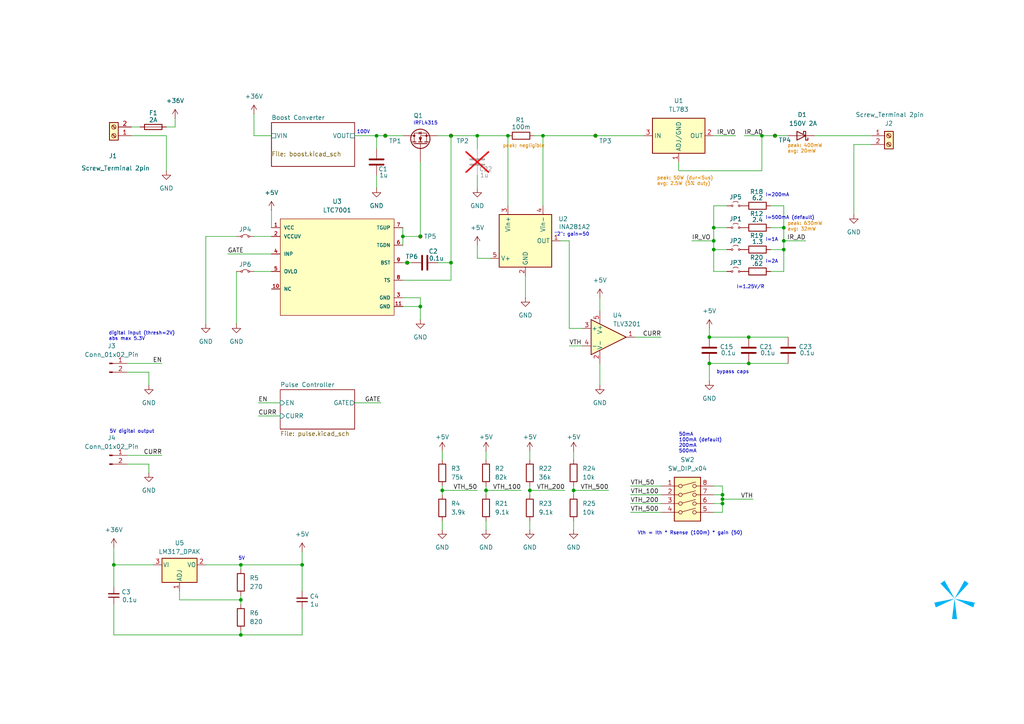
<source format=kicad_sch>
(kicad_sch (version 20250114) (generator "eeschema") (generator_version "9.0")
  (paper "A4")
  (title_block (title "Pulser V2 HV Test Board") (date "2026-01-08") (rev "1") (company "Spark Project") (comment 1 "夕月霞"))
  (lib_symbols
    (symbol "Amplifier_Current:INA281A2"
      (property "Reference" "U" (at -7.62 10.795 0))
      (property "Value" "INA281A2" (at -7.62 8.89 0))
      (symbol "INA281A2_0_1"
        (rectangle (start -7.62 7.62) (end 7.62 -7.62) (stroke (width 0.254)) (fill (type background)))
      )
      (symbol "INA281A2_1_1"
        (pin power_in line (at -10.16 -5.08 0) (length 2.54) (name "V+") (number "5"))
        (pin input line (at -5.08 10.16 270) (length 2.54) (name "Vin+") (number "3"))
        (pin power_in line (at 0 -10.16 90) (length 2.54) (name "GND") (number "2"))
        (pin input line (at 5.08 10.16 270) (length 2.54) (name "Vin-") (number "4"))
        (pin output line (at 10.16 0 180) (length 2.54) (name "OUT") (number "1"))
      )
    )
    (symbol "Comparator:TLV7031DBV" (pin_names (offset 0.127))
      (property "Reference" "U" (at -1.27 6.35 0))
      (property "Value" "TLV7031DBV" (at -1.27 3.81 0))
      (symbol "TLV7031DBV_0_1"
        (polyline (pts (xy -5.08 5.08) (xy 5.08 0) (xy -5.08 -5.08) (xy -5.08 5.08)) (stroke (width 0.254)) (fill (type background)))
        (pin power_in line (at -2.54 7.62 270) (length 3.81) (name "V+") (number "5"))
        (pin power_in line (at -2.54 -7.62 90) (length 3.81) (name "V-") (number "2"))
      )
      (symbol "TLV7031DBV_1_1"
        (pin input line (at -7.62 2.54 0) (length 2.54) (name "+") (number "3"))
        (pin input line (at -7.62 -2.54 0) (length 2.54) (name "-") (number "4"))
        (pin output line (at 7.62 0 180) (length 2.54) (name "~") (number "1"))
      )
    )
    (symbol "Connector:Conn_01x02_Pin" (pin_names (offset 1.016) (hide yes))
      (property "Reference" "J" (at 0 2.54 0))
      (property "Value" "Conn_01x02_Pin" (at 0 -5.08 0))
      (symbol "Conn_01x02_Pin_1_1"
        (rectangle (start 0.8636 0.127) (end 0 -0.127) (stroke (width 0.1524)) (fill (type outline)))
        (rectangle (start 0.8636 -2.413) (end 0 -2.667) (stroke (width 0.1524)) (fill (type outline)))
        (polyline (pts (xy 1.27 0) (xy 0.8636 0)) (stroke (width 0.1524)))
        (polyline (pts (xy 1.27 -2.54) (xy 0.8636 -2.54)) (stroke (width 0.1524)))
        (pin passive line (at 5.08 0 180) (length 3.81) (name "Pin_1") (number "1"))
        (pin passive line (at 5.08 -2.54 180) (length 3.81) (name "Pin_2") (number "2"))
      )
    )
    (symbol "Connector:Screw_Terminal_01x02" (pin_names (offset 1.016) (hide yes))
      (property "Reference" "J" (at 0 2.54 0))
      (property "Value" "Screw_Terminal_01x02" (at 0 -5.08 0))
      (symbol "Screw_Terminal_01x02_1_1"
        (rectangle (start -1.27 1.27) (end 1.27 -3.81) (stroke (width 0.254)) (fill (type background)))
        (polyline (pts (xy -0.5334 0.3302) (xy 0.3302 -0.508)) (stroke (width 0.1524)))
        (polyline (pts (xy -0.5334 -2.2098) (xy 0.3302 -3.048)) (stroke (width 0.1524)))
        (polyline (pts (xy -0.3556 0.508) (xy 0.508 -0.3302)) (stroke (width 0.1524)))
        (polyline (pts (xy -0.3556 -2.032) (xy 0.508 -2.8702)) (stroke (width 0.1524)))
        (circle (center 0 0) (radius 0.635) (stroke (width 0.1524)))
        (circle (center 0 -2.54) (radius 0.635) (stroke (width 0.1524)))
        (pin passive line (at -5.08 0 0) (length 3.81) (name "Pin_1") (number "1"))
        (pin passive line (at -5.08 -2.54 0) (length 3.81) (name "Pin_2") (number "2"))
      )
    )
    (symbol "Connector:TestPoint_Small" (pin_numbers (hide yes)) (pin_names (offset 0.762) (hide yes))
      (property "Reference" "TP" (at 0 3.81 0))
      (property "Value" "TestPoint_Small" (at 0 2.032 0))
      (symbol "TestPoint_Small_0_1"
        (circle (center 0 0) (radius 0.508))
      )
      (symbol "TestPoint_Small_1_1"
        (pin passive line (at 0 0 90) (length 0) (name "1") (number "1"))
      )
    )
    (symbol "Device:C" (pin_numbers (hide yes)) (pin_names (offset 0.254))
      (property "Reference" "C" (at 0.635 2.54 0))
      (property "Value" "C" (at 0.635 -2.54 0))
      (symbol "C_0_1"
        (polyline (pts (xy -2.032 0.762) (xy 2.032 0.762)) (stroke (width 0.508)))
        (polyline (pts (xy -2.032 -0.762) (xy 2.032 -0.762)) (stroke (width 0.508)))
      )
      (symbol "C_1_1"
        (pin passive line (at 0 3.81 270) (length 2.794) (name "~") (number "1"))
        (pin passive line (at 0 -3.81 90) (length 2.794) (name "~") (number "2"))
      )
    )
    (symbol "Device:C_Small" (pin_numbers (hide yes)) (pin_names (offset 0.254) (hide yes))
      (property "Reference" "C" (at 0.254 1.778 0))
      (property "Value" "C_Small" (at 0.254 -2.032 0))
      (symbol "C_Small_0_1"
        (polyline (pts (xy -1.524 0.508) (xy 1.524 0.508)) (stroke (width 0.3048)))
        (polyline (pts (xy -1.524 -0.508) (xy 1.524 -0.508)) (stroke (width 0.3302)))
      )
      (symbol "C_Small_1_1"
        (pin passive line (at 0 2.54 270) (length 2.032) (name "~") (number "1"))
        (pin passive line (at 0 -2.54 90) (length 2.032) (name "~") (number "2"))
      )
    )
    (symbol "Device:D_Schottky" (pin_numbers (hide yes)) (pin_names (offset 1.016) (hide yes))
      (property "Reference" "D" (at 0 2.54 0))
      (property "Value" "D_Schottky" (at 0 -2.54 0))
      (symbol "D_Schottky_0_1"
        (polyline (pts (xy -1.905 0.635) (xy -1.905 1.27) (xy -1.27 1.27) (xy -1.27 -1.27) (xy -0.635 -1.27) (xy -0.635 -0.635)) (stroke (width 0.254)))
        (polyline (pts (xy 1.27 1.27) (xy 1.27 -1.27) (xy -1.27 0) (xy 1.27 1.27)) (stroke (width 0.254)))
        (polyline (pts (xy 1.27 0) (xy -1.27 0)))
      )
      (symbol "D_Schottky_1_1"
        (pin passive line (at -3.81 0 0) (length 2.54) (name "K") (number "1"))
        (pin passive line (at 3.81 0 180) (length 2.54) (name "A") (number "2"))
      )
    )
    (symbol "Device:Fuse" (pin_numbers (hide yes)) (pin_names (offset 0))
      (property "Reference" "F" (at 2.032 0 90))
      (property "Value" "Fuse" (at -1.905 0 90))
      (symbol "Fuse_0_1"
        (rectangle (start -0.762 -2.54) (end 0.762 2.54) (stroke (width 0.254)))
        (polyline (pts (xy 0 2.54) (xy 0 -2.54)))
      )
      (symbol "Fuse_1_1"
        (pin passive line (at 0 3.81 270) (length 1.27) (name "~") (number "1"))
        (pin passive line (at 0 -3.81 90) (length 1.27) (name "~") (number "2"))
      )
    )
    (symbol "Device:Q_NMOS" (pin_numbers (hide yes)) (pin_names (offset 0) (hide yes))
      (property "Reference" "Q" (at 5.08 1.27 0))
      (property "Value" "Q_NMOS" (at 5.08 -1.27 0))
      (symbol "Q_NMOS_0_1"
        (polyline (pts (xy 0.254 1.905) (xy 0.254 -1.905)) (stroke (width 0.254)))
        (polyline (pts (xy 0.254 0) (xy -2.54 0)))
        (polyline (pts (xy 0.762 2.286) (xy 0.762 1.27)) (stroke (width 0.254)))
        (polyline (pts (xy 0.762 0.508) (xy 0.762 -0.508)) (stroke (width 0.254)))
        (polyline (pts (xy 0.762 -1.27) (xy 0.762 -2.286)) (stroke (width 0.254)))
        (polyline (pts (xy 0.762 -1.778) (xy 3.302 -1.778) (xy 3.302 1.778) (xy 0.762 1.778)))
        (polyline (pts (xy 1.016 0) (xy 2.032 0.381) (xy 2.032 -0.381) (xy 1.016 0)) (fill (type outline)))
        (circle (center 1.651 0) (radius 2.794) (stroke (width 0.254)))
        (polyline (pts (xy 2.54 2.54) (xy 2.54 1.778)))
        (circle (center 2.54 1.778) (radius 0.254) (fill (type outline)))
        (circle (center 2.54 -1.778) (radius 0.254) (fill (type outline)))
        (polyline (pts (xy 2.54 -2.54) (xy 2.54 0) (xy 0.762 0)))
        (polyline (pts (xy 2.921 0.381) (xy 3.683 0.381)))
        (polyline (pts (xy 3.302 0.381) (xy 2.921 -0.254) (xy 3.683 -0.254) (xy 3.302 0.381)))
      )
      (symbol "Q_NMOS_1_1"
        (pin input line (at -5.08 0 0) (length 2.54) (name "G") (number "G"))
        (pin passive line (at 2.54 5.08 270) (length 2.54) (name "D") (number "D"))
        (pin passive line (at 2.54 -5.08 90) (length 2.54) (name "S") (number "S"))
      )
    )
    (symbol "Device:R" (pin_numbers (hide yes)) (pin_names (offset 0))
      (property "Reference" "R" (at 2.032 0 90))
      (property "Value" "R" (at 0 0 90))
      (symbol "R_0_1"
        (rectangle (start -1.016 -2.54) (end 1.016 2.54) (stroke (width 0.254)))
      )
      (symbol "R_1_1"
        (pin passive line (at 0 3.81 270) (length 1.27) (name "~") (number "1"))
        (pin passive line (at 0 -3.81 90) (length 1.27) (name "~") (number "2"))
      )
    )
    (symbol "Jumper:Jumper_2_Small_Bridged" (pin_numbers (hide yes)) (pin_names (offset 0) (hide yes))
      (property "Reference" "JP" (at 0 2.032 0))
      (property "Value" "Jumper_2_Small_Bridged" (at 0 -2.286 0))
      (symbol "Jumper_2_Small_Bridged_0_0"
        (circle (center -1.016 0) (radius 0.254))
        (circle (center 1.016 0) (radius 0.254))
      )
      (symbol "Jumper_2_Small_Bridged_0_1"
        (arc (start -0.762 0.254) (mid 0 0.5696) (end 0.762 0.254))
      )
      (symbol "Jumper_2_Small_Bridged_1_1"
        (pin passive line (at -2.54 0 0) (length 1.27) (name "A") (number "1"))
        (pin passive line (at 2.54 0 180) (length 1.27) (name "B") (number "2"))
      )
    )
    (symbol "Jumper:Jumper_2_Small_Open" (pin_numbers (hide yes)) (pin_names (offset 0) (hide yes))
      (property "Reference" "JP" (at 0 2.794 0))
      (property "Value" "Jumper_2_Small_Open" (at 0 -2.286 0))
      (symbol "Jumper_2_Small_Open_0_0"
        (circle (center -1.016 0) (radius 0.254))
        (circle (center 1.016 0) (radius 0.254))
      )
      (symbol "Jumper_2_Small_Open_0_1"
        (arc (start -0.762 1.0196) (mid 0 1.2729) (end 0.762 1.0196))
      )
      (symbol "Jumper_2_Small_Open_1_1"
        (pin passive line (at -2.54 0 0) (length 1.27) (name "A") (number "1"))
        (pin passive line (at 2.54 0 180) (length 1.27) (name "B") (number "2"))
      )
    )
    (symbol "Regulator_Linear:LD1086D2MTR"
      (property "Reference" "U" (at 0 10.16 0))
      (property "Value" "LD1086D2MTR" (at 0 7.62 0))
      (symbol "LD1086D2MTR_1_1"
        (rectangle (start -7.62 -5.08) (end 7.62 5.08) (stroke (width 0.254)) (fill (type background)))
        (pin power_in line (at -10.16 0 0) (length 2.54) (name "IN") (number "3"))
        (pin input line (at 0 -7.62 90) (length 2.54) (name "ADJ/GND") (number "1"))
        (pin power_out line (at 10.16 0 180) (length 2.54) (name "OUT") (number "2"))
      )
    )
    (symbol "Regulator_Linear:LM317_TO-252" (pin_names (offset 0.254))
      (property "Reference" "U" (at -3.81 3.175 0))
      (property "Value" "LM317_TO-252" (at 0 3.175 0))
      (symbol "LM317_TO-252_0_1"
        (rectangle (start -5.08 1.905) (end 5.08 -5.08) (stroke (width 0.254)) (fill (type background)))
      )
      (symbol "LM317_TO-252_1_1"
        (pin power_in line (at -7.62 0 0) (length 2.54) (name "VI") (number "3"))
        (pin input line (at 0 -7.62 90) (length 2.54) (name "ADJ") (number "1"))
        (pin power_out line (at 7.62 0 180) (length 2.54) (name "VO") (number "2"))
      )
    )
    (symbol "SparkAll:LTC7001" (pin_names (offset 1.016))
      (property "Reference" "U" (at -21.59 15.24 0))
      (property "Value" "LTC7001" (at -21.59 17.78 0))
      (symbol "LTC7001_1_1"
        (rectangle (start -16.51 12.7) (end 16.51 -15.24) (fill (type background)))
        (pin power_in line (at -19.05 10.16 0) (length 2.54) (name "VCC") (number "1"))
        (pin power_in line (at -19.05 7.62 0) (length 2.54) (name "VCCUV") (number "2"))
        (pin input line (at -19.05 2.54 0) (length 2.54) (name "INP") (number "4"))
        (pin passive line (at -19.05 -2.54 0) (length 2.54) (name "OVLO") (number "5"))
        (pin passive line (at -19.05 -7.62 0) (length 2.54) (name "NC") (number "10"))
        (pin passive line (at 19.05 10.16 180) (length 2.54) (name "TGUP") (number "7"))
        (pin passive line (at 19.05 5.08 180) (length 2.54) (name "TGDN") (number "6"))
        (pin passive line (at 19.05 0 180) (length 2.54) (name "BST") (number "9"))
        (pin passive line (at 19.05 -5.08 180) (length 2.54) (name "TS") (number "8"))
        (pin power_in line (at 19.05 -10.16 180) (length 2.54) (name "GND") (number "3"))
        (pin power_in line (at 19.05 -12.7 180) (length 2.54) (name "GND") (number "11"))
      )
    )
    (symbol "Switch:SW_DIP_x04" (pin_names (offset 0) (hide yes))
      (property "Reference" "SW" (at 0 8.89 0))
      (property "Value" "SW_DIP_x04" (at 0 -6.35 0))
      (symbol "SW_DIP_x04_0_0"
        (circle (center -2.032 5.08) (radius 0.508))
        (circle (center -2.032 2.54) (radius 0.508))
        (circle (center -2.032 0) (radius 0.508))
        (circle (center -2.032 -2.54) (radius 0.508))
        (polyline (pts (xy -1.524 5.207) (xy 2.3622 6.2484)))
        (polyline (pts (xy -1.524 2.667) (xy 2.3622 3.7084)))
        (polyline (pts (xy -1.524 0.127) (xy 2.3622 1.1684)))
        (polyline (pts (xy -1.524 -2.3876) (xy 2.3622 -1.3462)))
        (circle (center 2.032 5.08) (radius 0.508))
        (circle (center 2.032 2.54) (radius 0.508))
        (circle (center 2.032 0) (radius 0.508))
        (circle (center 2.032 -2.54) (radius 0.508))
      )
      (symbol "SW_DIP_x04_0_1"
        (rectangle (start -3.81 7.62) (end 3.81 -5.08) (stroke (width 0.254)) (fill (type background)))
      )
      (symbol "SW_DIP_x04_1_1"
        (pin passive line (at -7.62 5.08 0) (length 5.08) (name "~") (number "1"))
        (pin passive line (at -7.62 2.54 0) (length 5.08) (name "~") (number "2"))
        (pin passive line (at -7.62 0 0) (length 5.08) (name "~") (number "3"))
        (pin passive line (at -7.62 -2.54 0) (length 5.08) (name "~") (number "4"))
        (pin passive line (at 7.62 5.08 180) (length 5.08) (name "~") (number "8"))
        (pin passive line (at 7.62 2.54 180) (length 5.08) (name "~") (number "7"))
        (pin passive line (at 7.62 0 180) (length 5.08) (name "~") (number "6"))
        (pin passive line (at 7.62 -2.54 180) (length 5.08) (name "~") (number "5"))
      )
    )
    (symbol "power:GND" (power) (pin_numbers (hide yes)) (pin_names (offset 0) (hide yes))
      (property "Value" "GND" (at 0 -3.81 0))
      (symbol "GND_0_1"
        (polyline (pts (xy 0 0) (xy 0 -1.27) (xy 1.27 -1.27) (xy 0 -2.54) (xy -1.27 -1.27) (xy 0 -1.27)))
      )
      (symbol "GND_1_1"
        (pin power_in line (at 0 0 270) (length 0) (name "~") (number "1"))
      )
    )
    (symbol "power:VCC" (power) (pin_numbers (hide yes)) (pin_names (offset 0) (hide yes))
      (property "Value" "VCC" (at 0 3.556 0))
      (symbol "VCC_0_1"
        (polyline (pts (xy -0.762 1.27) (xy 0 2.54)))
        (polyline (pts (xy 0 2.54) (xy 0.762 1.27)))
        (polyline (pts (xy 0 0) (xy 0 2.54)))
      )
      (symbol "VCC_1_1"
        (pin power_in line (at 0 0 90) (length 0) (name "~") (number "1"))
      )
    )
  )
  (text "peak: 630mW\navg: 32mW" (at 228.346 65.786 0) (effects (font (size 1 1)) (justify left)))
  (text "\"2\": gain=50" (at 165.862 68.072 0) (effects (font (size 1 1))))
  (text "peak: 50W (dur<5us)\navg: 2.5W (5% duty)" (at 190.5 52.578 0) (effects (font (size 1 1)) (justify left)))
  (text "I=2A" (at 221.996 75.946 0) (effects (font (size 1 1)) (justify left)))
  (text "I=200mA" (at 221.996 56.642 0) (effects (font (size 1 1)) (justify left)))
  (text "50mA\n100mA (default)\n200mA\n500mA" (at 196.85 128.524 0) (effects (font (size 1 1)) (justify left)))
  (text "peak: 400mW\navg: 20mW" (at 228.346 43.18 0) (effects (font (size 1 1)) (justify left)))
  (text "I=1A" (at 221.996 69.596 0) (effects (font (size 1 1)) (justify left)))
  (text "digital input (thresh=2V)\nabs max 5.3V" (at 31.496 97.536 0) (effects (font (size 1 1)) (justify left)))
  (text "IRFL4315" (at 123.444 35.814 0) (effects (font (size 1 1))))
  (text "100V" (at 105.41 38.354 0) (effects (font (size 1 1))))
  (text "5V" (at 70.104 162.052 0) (effects (font (size 1 1))))
  (text "I=500mA (default)" (at 221.996 63.246 0) (effects (font (size 1 1)) (justify left)))
  (text "peak: negligible" (at 145.796 42.418 0) (effects (font (size 1 1)) (justify left)))
  (text "5V digital output" (at 31.75 125.222 0) (effects (font (size 1 1)) (justify left)))
  (text "bypass caps" (at 207.772 107.95 0) (effects (font (size 1 1)) (justify left)))
  (text "I=1.25V/R" (at 213.614 83.312 0) (effects (font (size 1 1)) (justify left)))
  (text "Vth = Ith * Rsense (100m) * gain (50)" (at 200.152 154.686 0) (effects (font (size 1 1))))
  (junction (at 205.74 97.79))
  (junction (at 205.74 105.41))
  (junction (at 118.11 76.2))
  (junction (at 209.55 144.78))
  (junction (at 138.43 39.37))
  (junction (at 109.22 39.37))
  (junction (at 207.01 66.04))
  (junction (at 87.63 163.83))
  (junction (at 217.17 97.79))
  (junction (at 172.72 39.37))
  (junction (at 224.79 39.37))
  (junction (at 220.98 39.37))
  (junction (at 209.55 146.05))
  (junction (at 130.81 39.37))
  (junction (at 130.81 76.2))
  (junction (at 69.85 163.83))
  (junction (at 217.17 105.41))
  (junction (at 207.01 69.85))
  (junction (at 227.33 69.85))
  (junction (at 153.67 142.24))
  (junction (at 147.32 39.37))
  (junction (at 33.02 163.83))
  (junction (at 121.92 68.58))
  (junction (at 140.97 142.24))
  (junction (at 111.76 39.37))
  (junction (at 227.33 72.39))
  (junction (at 227.33 66.04))
  (junction (at 69.85 173.99))
  (junction (at 116.84 68.58))
  (junction (at 128.27 142.24))
  (junction (at 166.37 142.24))
  (junction (at 207.01 72.39))
  (junction (at 121.92 88.9))
  (junction (at 69.85 184.15))
  (junction (at 157.48 39.37))
  (junction (at 209.55 143.51))
  (wire (pts (xy 69.85 173.99) (xy 69.85 175.26)))
  (wire (pts (xy 172.72 39.37) (xy 186.69 39.37)))
  (wire (pts (xy 165.1 95.25) (xy 168.91 95.25)))
  (wire (pts (xy 223.52 66.04) (xy 227.33 66.04)))
  (wire (pts (xy 227.33 78.74) (xy 223.52 78.74)))
  (wire (pts (xy 121.92 86.36) (xy 116.84 86.36)))
  (wire (pts (xy 121.92 68.58) (xy 116.84 68.58)))
  (wire (pts (xy 33.02 163.83) (xy 44.45 163.83)))
  (wire (pts (xy 182.88 140.97) (xy 191.77 140.97)))
  (wire (pts (xy 138.43 39.37) (xy 138.43 43.18)))
  (wire (pts (xy 140.97 130.81) (xy 140.97 133.35)))
  (wire (pts (xy 66.04 73.66) (xy 78.74 73.66)))
  (wire (pts (xy 209.55 140.97) (xy 209.55 143.51)))
  (wire (pts (xy 209.55 148.59) (xy 207.01 148.59)))
  (wire (pts (xy 36.83 132.08) (xy 46.99 132.08)))
  (wire (pts (xy 217.17 105.41) (xy 228.6 105.41)))
  (wire (pts (xy 191.77 97.79) (xy 184.15 97.79)))
  (wire (pts (xy 153.67 142.24) (xy 163.83 142.24)))
  (wire (pts (xy 227.33 69.85) (xy 233.68 69.85)))
  (wire (pts (xy 121.92 86.36) (xy 121.92 88.9)))
  (wire (pts (xy 73.66 78.74) (xy 78.74 78.74)))
  (wire (pts (xy 69.85 165.1) (xy 69.85 163.83)))
  (wire (pts (xy 166.37 151.13) (xy 166.37 153.67)))
  (wire (pts (xy 227.33 69.85) (xy 227.33 72.39)))
  (wire (pts (xy 128.27 140.97) (xy 128.27 142.24)))
  (wire (pts (xy 121.92 46.99) (xy 121.92 68.58)))
  (wire (pts (xy 207.01 39.37) (xy 213.36 39.37)))
  (wire (pts (xy 153.67 130.81) (xy 153.67 133.35)))
  (wire (pts (xy 227.33 66.04) (xy 227.33 69.85)))
  (wire (pts (xy 205.74 105.41) (xy 217.17 105.41)))
  (wire (pts (xy 73.66 39.37) (xy 78.74 39.37)))
  (wire (pts (xy 74.93 116.84) (xy 81.28 116.84)))
  (wire (pts (xy 247.65 41.91) (xy 247.65 62.23)))
  (wire (pts (xy 130.81 81.28) (xy 130.81 76.2)))
  (wire (pts (xy 252.73 41.91) (xy 247.65 41.91)))
  (wire (pts (xy 118.11 76.2) (xy 119.38 76.2)))
  (wire (pts (xy 196.85 49.53) (xy 196.85 46.99)))
  (wire (pts (xy 116.84 66.04) (xy 116.84 68.58)))
  (wire (pts (xy 209.55 146.05) (xy 209.55 148.59)))
  (wire (pts (xy 48.26 39.37) (xy 48.26 49.53)))
  (wire (pts (xy 109.22 50.8) (xy 109.22 54.61)))
  (wire (pts (xy 223.52 72.39) (xy 227.33 72.39)))
  (wire (pts (xy 73.66 68.58) (xy 78.74 68.58)))
  (wire (pts (xy 74.93 120.65) (xy 81.28 120.65)))
  (wire (pts (xy 87.63 163.83) (xy 69.85 163.83)))
  (wire (pts (xy 147.32 39.37) (xy 147.32 59.69)))
  (wire (pts (xy 207.01 146.05) (xy 209.55 146.05)))
  (wire (pts (xy 78.74 60.96) (xy 78.74 66.04)))
  (wire (pts (xy 111.76 39.37) (xy 116.84 39.37)))
  (wire (pts (xy 121.92 88.9) (xy 121.92 92.71)))
  (wire (pts (xy 173.99 105.41) (xy 173.99 111.76)))
  (wire (pts (xy 166.37 142.24) (xy 176.53 142.24)))
  (wire (pts (xy 138.43 71.12) (xy 138.43 74.93)))
  (wire (pts (xy 153.67 140.97) (xy 153.67 142.24)))
  (wire (pts (xy 200.66 69.85) (xy 207.01 69.85)))
  (wire (pts (xy 166.37 130.81) (xy 166.37 133.35)))
  (wire (pts (xy 140.97 142.24) (xy 140.97 143.51)))
  (wire (pts (xy 130.81 39.37) (xy 130.81 76.2)))
  (wire (pts (xy 217.17 97.79) (xy 228.6 97.79)))
  (wire (pts (xy 153.67 142.24) (xy 153.67 143.51)))
  (wire (pts (xy 38.1 36.83) (xy 40.64 36.83)))
  (wire (pts (xy 152.4 80.01) (xy 152.4 86.36)))
  (wire (pts (xy 87.63 171.45) (xy 87.63 163.83)))
  (wire (pts (xy 157.48 39.37) (xy 172.72 39.37)))
  (wire (pts (xy 218.44 144.78) (xy 209.55 144.78)))
  (wire (pts (xy 87.63 184.15) (xy 69.85 184.15)))
  (wire (pts (xy 220.98 49.53) (xy 196.85 49.53)))
  (wire (pts (xy 59.69 68.58) (xy 59.69 93.98)))
  (wire (pts (xy 52.07 171.45) (xy 52.07 173.99)))
  (wire (pts (xy 109.22 39.37) (xy 109.22 43.18)))
  (wire (pts (xy 138.43 39.37) (xy 147.32 39.37)))
  (wire (pts (xy 69.85 184.15) (xy 33.02 184.15)))
  (wire (pts (xy 73.66 33.02) (xy 73.66 39.37)))
  (wire (pts (xy 165.1 69.85) (xy 165.1 95.25)))
  (wire (pts (xy 59.69 163.83) (xy 69.85 163.83)))
  (wire (pts (xy 68.58 78.74) (xy 68.58 93.98)))
  (wire (pts (xy 109.22 39.37) (xy 111.76 39.37)))
  (wire (pts (xy 87.63 160.02) (xy 87.63 163.83)))
  (wire (pts (xy 50.8 34.29) (xy 50.8 36.83)))
  (wire (pts (xy 207.01 59.69) (xy 207.01 66.04)))
  (wire (pts (xy 227.33 72.39) (xy 227.33 78.74)))
  (wire (pts (xy 153.67 151.13) (xy 153.67 153.67)))
  (wire (pts (xy 116.84 76.2) (xy 118.11 76.2)))
  (wire (pts (xy 154.94 39.37) (xy 157.48 39.37)))
  (wire (pts (xy 220.98 39.37) (xy 224.79 39.37)))
  (wire (pts (xy 165.1 100.33) (xy 168.91 100.33)))
  (wire (pts (xy 224.79 39.37) (xy 228.6 39.37)))
  (wire (pts (xy 207.01 78.74) (xy 210.82 78.74)))
  (wire (pts (xy 182.88 143.51) (xy 191.77 143.51)))
  (wire (pts (xy 36.83 105.41) (xy 46.99 105.41)))
  (wire (pts (xy 210.82 59.69) (xy 207.01 59.69)))
  (wire (pts (xy 207.01 72.39) (xy 207.01 78.74)))
  (wire (pts (xy 182.88 146.05) (xy 191.77 146.05)))
  (wire (pts (xy 130.81 39.37) (xy 138.43 39.37)))
  (wire (pts (xy 128.27 130.81) (xy 128.27 133.35)))
  (wire (pts (xy 116.84 81.28) (xy 130.81 81.28)))
  (wire (pts (xy 128.27 142.24) (xy 138.43 142.24)))
  (wire (pts (xy 33.02 163.83) (xy 33.02 170.18)))
  (wire (pts (xy 138.43 74.93) (xy 142.24 74.93)))
  (wire (pts (xy 157.48 39.37) (xy 157.48 59.69)))
  (wire (pts (xy 33.02 184.15) (xy 33.02 175.26)))
  (wire (pts (xy 223.52 59.69) (xy 227.33 59.69)))
  (wire (pts (xy 87.63 176.53) (xy 87.63 184.15)))
  (wire (pts (xy 52.07 173.99) (xy 69.85 173.99)))
  (wire (pts (xy 162.56 69.85) (xy 165.1 69.85)))
  (wire (pts (xy 48.26 36.83) (xy 50.8 36.83)))
  (wire (pts (xy 102.87 39.37) (xy 109.22 39.37)))
  (wire (pts (xy 207.01 66.04) (xy 207.01 69.85)))
  (wire (pts (xy 69.85 182.88) (xy 69.85 184.15)))
  (wire (pts (xy 127 39.37) (xy 130.81 39.37)))
  (wire (pts (xy 236.22 39.37) (xy 252.73 39.37)))
  (wire (pts (xy 205.74 95.25) (xy 205.74 97.79)))
  (wire (pts (xy 102.87 116.84) (xy 110.49 116.84)))
  (wire (pts (xy 140.97 142.24) (xy 151.13 142.24)))
  (wire (pts (xy 166.37 142.24) (xy 166.37 143.51)))
  (wire (pts (xy 207.01 143.51) (xy 209.55 143.51)))
  (wire (pts (xy 209.55 144.78) (xy 209.55 146.05)))
  (wire (pts (xy 207.01 66.04) (xy 210.82 66.04)))
  (wire (pts (xy 59.69 68.58) (xy 68.58 68.58)))
  (wire (pts (xy 166.37 140.97) (xy 166.37 142.24)))
  (wire (pts (xy 140.97 151.13) (xy 140.97 153.67)))
  (wire (pts (xy 43.18 107.95) (xy 43.18 111.76)))
  (wire (pts (xy 207.01 72.39) (xy 210.82 72.39)))
  (wire (pts (xy 38.1 39.37) (xy 48.26 39.37)))
  (wire (pts (xy 128.27 151.13) (xy 128.27 153.67)))
  (wire (pts (xy 207.01 69.85) (xy 207.01 72.39)))
  (wire (pts (xy 127 76.2) (xy 130.81 76.2)))
  (wire (pts (xy 36.83 134.62) (xy 43.18 134.62)))
  (wire (pts (xy 33.02 158.75) (xy 33.02 163.83)))
  (wire (pts (xy 36.83 107.95) (xy 43.18 107.95)))
  (wire (pts (xy 173.99 86.36) (xy 173.99 90.17)))
  (wire (pts (xy 227.33 59.69) (xy 227.33 66.04)))
  (wire (pts (xy 128.27 142.24) (xy 128.27 143.51)))
  (wire (pts (xy 182.88 148.59) (xy 191.77 148.59)))
  (wire (pts (xy 207.01 140.97) (xy 209.55 140.97)))
  (wire (pts (xy 116.84 68.58) (xy 116.84 71.12)))
  (wire (pts (xy 116.84 88.9) (xy 121.92 88.9)))
  (wire (pts (xy 69.85 172.72) (xy 69.85 173.99)))
  (wire (pts (xy 138.43 50.8) (xy 138.43 54.61)))
  (wire (pts (xy 215.9 39.37) (xy 220.98 39.37)))
  (wire (pts (xy 220.98 39.37) (xy 220.98 49.53)))
  (wire (pts (xy 43.18 134.62) (xy 43.18 137.16)))
  (wire (pts (xy 205.74 105.41) (xy 205.74 110.49)))
  (wire (pts (xy 205.74 97.79) (xy 217.17 97.79)))
  (wire (pts (xy 140.97 140.97) (xy 140.97 142.24)))
  (wire (pts (xy 209.55 143.51) (xy 209.55 144.78)))
  (image (at 276.86 173.99) (scale 1.13867))
  (label "VTH_500" (at 176.53 142.24 180))
  (label "GATE" (at 66.04 73.66 0))
  (label "VTH" (at 218.44 144.78 180))
  (label "VTH_500" (at 182.88 148.59 0))
  (label "VTH" (at 165.1 100.33 0))
  (label "CURR" (at 46.99 132.08 180))
  (label "VTH_200" (at 182.88 146.05 0))
  (label "IR_VO" (at 200.66 69.85 0))
  (label "EN" (at 46.99 105.41 180))
  (label "IR_VO" (at 213.36 39.37 180))
  (label "VTH_100" (at 182.88 143.51 0))
  (label "CURR" (at 74.93 120.65 0))
  (label "IR_AD" (at 215.9 39.37 0))
  (label "IR_AD" (at 233.68 69.85 180))
  (label "VTH_100" (at 151.13 142.24 180))
  (label "VTH_200" (at 163.83 142.24 180))
  (label "EN" (at 74.93 116.84 0))
  (label "GATE" (at 110.49 116.84 180))
  (label "VTH_50" (at 138.43 142.24 180))
  (label "VTH_50" (at 182.88 140.97 0))
  (label "CURR" (at 191.77 97.79 180))
  (symbol (lib_id "Connector:Screw_Terminal_01x02") (at 33.02 39.37 180) (unit 1)
    (property "Reference" "J1" (at 32.766 45.212 0))
    (property "Value" "Screw_Terminal 2pin" (at 33.528 48.768 0))
    (property "Footprint" "SparkAll:Wurth_TerminalBlock_2pin_P5mm_691137710002" (effects (hide yes)))
    (property "Description" "Generic screw terminal, single row, 01x02, script generated (kicad-library-utils/schlib/autogen/connector/)" (effects (hide yes)))
    (property "LCSC" "C8269" (effects (hide yes)))
  )
  (symbol (lib_id "power:VCC") (at 173.99 86.36 0) (unit 1)
    (property "Reference" "#PWR09" (effects (hide yes)))
    (property "Value" "+5V" (at 173.99 81.28 0))
    (property "Description" "Power symbol creates a global label with name \"VCC\"" (effects (hide yes)))
  )
  (symbol (lib_id "Device:Q_NMOS") (at 121.92 41.91 90) (unit 1)
    (property "Reference" "Q1" (at 122.682 33.528 90) (effects (justify left)))
    (property "Value" "N-ch, Vds>=60V, fast switch, low Rds" (effects (hide yes)))
    (property "Footprint" "Package_TO_SOT_SMD:SOT-223-3_TabPin2" (effects (hide yes)))
    (property "Description" "N-MOSFET transistor, source/gate/drain" (effects (hide yes)))
    (property "LCSC" "C537930" (effects (hide yes)))
  )
  (symbol (lib_id "Jumper:Jumper_2_Small_Open") (at 213.36 66.04 0) (unit 1)
    (property "Reference" "JP1" (at 213.36 63.5 0))
    (property "Value" "Jumper_2_Small_Open" (effects (hide yes)))
    (property "Description" "Jumper, 2-pole, small symbol, open" (effects (hide yes)))
  )
  (symbol (lib_id "power:GND") (at 68.58 93.98 0) (unit 1)
    (property "Reference" "#PWR053" (effects (hide yes)))
    (property "Value" "GND" (at 68.58 99.06 0))
    (property "Description" "Power symbol creates a global label with name \"GND\" , ground" (effects (hide yes)))
  )
  (symbol (lib_id "Device:C_Small") (at 33.02 172.72 180) (unit 1)
    (property "Reference" "C3" (at 36.576 171.704 0))
    (property "Value" "0.1u" (at 37.592 173.99 0))
    (property "Description" "Unpolarized capacitor, small symbol" (effects (hide yes)))
  )
  (symbol (lib_id "Device:R") (at 219.71 72.39 90) (unit 1)
    (property "Reference" "R19" (at 219.456 68.326 90))
    (property "Value" "1.3" (at 219.71 70.104 90))
    (property "Footprint" "Resistor_SMD:R_0603_1608Metric" (effects (hide yes)))
    (property "Description" "Resistor" (effects (hide yes)))
    (property "LCSC" "C23234" (effects (hide yes)))
  )
  (symbol (lib_id "Amplifier_Current:INA281A2") (at 152.4 69.85 0) (unit 1)
    (property "Reference" "U2" (at 163.322 63.5 0))
    (property "Value" "INA281A2" (at 166.624 65.786 0))
    (property "Footprint" "Package_TO_SOT_SMD:SOT-23-5" (effects (hide yes)))
    (property "Datasheet" "https://www.ti.com/lit/ds/symlink/ina281.pdf" (effects (hide yes)))
    (property "Description" "-4...+110V High Voltage Current Shunt Monitor, 50V/V gain, 1.3 MHz bandwidth,  2.7..20Vcc, 55uV offset voltage, SOT-23-5" (effects (hide yes)))
  )
  (symbol (lib_id "power:GND") (at 138.43 54.61 0) (unit 1)
    (property "Reference" "#PWR054" (effects (hide yes)))
    (property "Value" "GND" (at 138.43 59.69 0))
    (property "Description" "Power symbol creates a global label with name \"GND\" , ground" (effects (hide yes)))
  )
  (symbol (lib_id "power:GND") (at 121.92 92.71 0) (unit 1)
    (property "Reference" "#PWR010" (effects (hide yes)))
    (property "Value" "GND" (at 121.92 97.79 0))
    (property "Description" "Power symbol creates a global label with name \"GND\" , ground" (effects (hide yes)))
  )
  (symbol (lib_id "Device:R") (at 69.85 179.07 0) (unit 1)
    (property "Reference" "R6" (at 72.39 177.7999 0) (effects (justify left)))
    (property "Value" "820" (at 72.39 180.3399 0) (effects (justify left)))
    (property "Description" "Resistor" (effects (hide yes)))
  )
  (symbol (lib_id "Device:R") (at 219.71 59.69 90) (unit 1)
    (property "Reference" "R18" (at 219.456 55.626 90))
    (property "Value" "6.2" (at 219.71 57.404 90))
    (property "Footprint" "Resistor_SMD:R_0603_1608Metric" (effects (hide yes)))
    (property "Description" "Resistor" (effects (hide yes)))
    (property "LCSC" "C23234" (effects (hide yes)))
  )
  (symbol (lib_id "power:GND") (at 247.65 62.23 0) (unit 1)
    (property "Reference" "#PWR06" (effects (hide yes)))
    (property "Value" "GND" (at 247.65 67.31 0))
    (property "Description" "Power symbol creates a global label with name \"GND\" , ground" (effects (hide yes)))
  )
  (symbol (lib_id "Device:Fuse") (at 44.45 36.83 90) (unit 1)
    (property "Reference" "F1" (at 44.45 32.766 90))
    (property "Value" "2A" (at 44.45 34.798 90))
    (property "Description" "Fuse" (effects (hide yes)))
  )
  (symbol (lib_id "Device:C") (at 217.17 101.6 0) (unit 1)
    (property "Reference" "C21" (at 220.218 100.584 0) (effects (justify left)))
    (property "Value" "0.1u" (at 220.472 102.362 0) (effects (justify left)))
    (property "Footprint" "Capacitor_SMD:C_0603_1608Metric" (effects (hide yes)))
    (property "Description" "Unpolarized capacitor" (effects (hide yes)))
    (property "LCSC" "C21120" (effects (hide yes)))
  )
  (symbol (lib_id "power:GND") (at 48.26 49.53 0) (unit 1)
    (property "Reference" "#PWR03" (effects (hide yes)))
    (property "Value" "GND" (at 48.26 54.61 0))
    (property "Description" "Power symbol creates a global label with name \"GND\" , ground" (effects (hide yes)))
  )
  (symbol (lib_id "Device:R") (at 166.37 147.32 0) (unit 1)
    (property "Reference" "R25" (at 168.91 146.0499 0) (effects (justify left)))
    (property "Value" "10k" (at 168.91 148.5899 0) (effects (justify left)))
    (property "Description" "Resistor" (effects (hide yes)))
  )
  (symbol (lib_id "power:VCC") (at 166.37 130.81 0) (unit 1)
    (property "Reference" "#PWR049" (effects (hide yes)))
    (property "Value" "+5V" (at 166.37 126.746 0))
    (property "Description" "Power symbol creates a global label with name \"VCC\"" (effects (hide yes)))
  )
  (symbol (lib_id "power:VCC") (at 33.02 158.75 0) (unit 1)
    (property "Reference" "#PWR017" (effects (hide yes)))
    (property "Value" "+36V" (at 33.02 153.67 0))
    (property "Description" "Power symbol creates a global label with name \"VCC\"" (effects (hide yes)))
  )
  (symbol (lib_id "Device:R") (at 153.67 137.16 0) (unit 1)
    (property "Reference" "R22" (at 156.21 135.8899 0) (effects (justify left)))
    (property "Value" "36k" (at 156.21 138.4299 0) (effects (justify left)))
    (property "Description" "Resistor" (effects (hide yes)))
  )
  (symbol (lib_id "power:VCC") (at 153.67 130.81 0) (unit 1)
    (property "Reference" "#PWR047" (effects (hide yes)))
    (property "Value" "+5V" (at 153.67 126.746 0))
    (property "Description" "Power symbol creates a global label with name \"VCC\"" (effects (hide yes)))
  )
  (symbol (lib_id "Connector:TestPoint_Small") (at 121.92 68.58 0) (unit 1)
    (property "Reference" "TP5" (at 122.936 68.58 0) (effects (justify left)))
    (property "Value" "TestPoint_Small" (effects (hide yes)))
    (property "Description" "test point" (effects (hide yes)))
  )
  (symbol (lib_id "power:GND") (at 140.97 153.67 0) (unit 1)
    (property "Reference" "#PWR034" (effects (hide yes)))
    (property "Value" "GND" (at 140.97 158.75 0))
    (property "Description" "Power symbol creates a global label with name \"GND\" , ground" (effects (hide yes)))
  )
  (symbol (lib_id "Jumper:Jumper_2_Small_Bridged") (at 71.12 78.74 0) (unit 1)
    (property "Reference" "JP6" (at 71.12 76.708 0))
    (property "Value" "Jumper_2_Small_Bridged" (effects (hide yes)))
    (property "Description" "Jumper, 2-pole, small symbol, bridged" (effects (hide yes)))
  )
  (symbol (lib_id "Connector:Screw_Terminal_01x02") (at 257.81 39.37 0) (unit 1)
    (property "Reference" "J2" (at 257.81 35.814 0))
    (property "Value" "Screw_Terminal 2pin" (at 258.064 33.274 0))
    (property "Footprint" "SparkAll:Wurth_TerminalBlock_2pin_P5mm_691137710002" (effects (hide yes)))
    (property "Description" "Generic screw terminal, single row, 01x02, script generated (kicad-library-utils/schlib/autogen/connector/)" (effects (hide yes)))
    (property "LCSC" "C8269" (effects (hide yes)))
  )
  (symbol (lib_id "power:GND") (at 43.18 137.16 0) (unit 1)
    (property "Reference" "#PWR016" (effects (hide yes)))
    (property "Value" "GND" (at 43.18 142.24 0))
    (property "Description" "Power symbol creates a global label with name \"GND\" , ground" (effects (hide yes)))
  )
  (symbol (lib_id "power:GND") (at 43.18 111.76 0) (unit 1)
    (property "Reference" "#PWR013" (effects (hide yes)))
    (property "Value" "GND" (at 43.18 116.84 0))
    (property "Description" "Power symbol creates a global label with name \"GND\" , ground" (effects (hide yes)))
  )
  (symbol (lib_id "power:VCC") (at 128.27 130.81 0) (unit 1)
    (property "Reference" "#PWR012" (effects (hide yes)))
    (property "Value" "+5V" (at 128.27 126.746 0))
    (property "Description" "Power symbol creates a global label with name \"VCC\"" (effects (hide yes)))
  )
  (symbol (lib_id "Regulator_Linear:LM317_TO-252") (at 52.07 163.83 0) (unit 1)
    (property "Reference" "U5" (at 52.07 157.48 0))
    (property "Value" "LM317_DPAK" (at 52.07 160.02 0))
    (property "Footprint" "Package_TO_SOT_SMD:TO-252-2" (effects (hide yes)))
    (property "Datasheet" "http://www.ti.com/lit/ds/snvs774n/snvs774n.pdf" (effects (hide yes)))
    (property "Description" "1.5A 35V Adjustable Linear Regulator, TO-252" (effects (hide yes)))
  )
  (symbol (lib_id "power:GND") (at 152.4 86.36 0) (unit 1)
    (property "Reference" "#PWR08" (effects (hide yes)))
    (property "Value" "GND" (at 152.4 91.44 0))
    (property "Description" "Power symbol creates a global label with name \"GND\" , ground" (effects (hide yes)))
  )
  (symbol (lib_id "power:VCC") (at 205.74 95.25 0) (unit 1)
    (property "Reference" "#PWR051" (effects (hide yes)))
    (property "Value" "+5V" (at 205.74 90.17 0))
    (property "Description" "Power symbol creates a global label with name \"VCC\"" (effects (hide yes)))
  )
  (symbol (lib_id "power:VCC") (at 140.97 130.81 0) (unit 1)
    (property "Reference" "#PWR031" (effects (hide yes)))
    (property "Value" "+5V" (at 140.97 126.746 0))
    (property "Description" "Power symbol creates a global label with name \"VCC\"" (effects (hide yes)))
  )
  (symbol (lib_id "power:VCC") (at 78.74 60.96 0) (unit 1)
    (property "Reference" "#PWR04" (effects (hide yes)))
    (property "Value" "+5V" (at 78.74 55.88 0))
    (property "Description" "Power symbol creates a global label with name \"VCC\"" (effects (hide yes)))
  )
  (symbol (lib_id "power:GND") (at 205.74 110.49 0) (unit 1)
    (property "Reference" "#PWR052" (effects (hide yes)))
    (property "Value" "GND" (at 205.74 115.57 0))
    (property "Description" "Power symbol creates a global label with name \"GND\" , ground" (effects (hide yes)))
  )
  (symbol (lib_id "Jumper:Jumper_2_Small_Open") (at 213.36 72.39 0) (unit 1)
    (property "Reference" "JP2" (at 213.36 69.85 0))
    (property "Value" "Jumper_2_Small_Open" (effects (hide yes)))
    (property "Description" "Jumper, 2-pole, small symbol, open" (effects (hide yes)))
  )
  (symbol (lib_id "power:VCC") (at 50.8 34.29 0) (unit 1)
    (property "Reference" "#PWR02" (effects (hide yes)))
    (property "Value" "+36V" (at 50.8 29.21 0))
    (property "Description" "Power symbol creates a global label with name \"VCC\"" (effects (hide yes)))
  )
  (symbol (lib_id "Connector:TestPoint_Small") (at 224.79 39.37 0) (unit 1)
    (property "Reference" "TP4" (at 225.806 40.64 0) (effects (justify left)))
    (property "Value" "TestPoint_Small" (effects (hide yes)))
    (property "Description" "test point" (effects (hide yes)))
  )
  (symbol (lib_id "Device:R") (at 69.85 168.91 0) (unit 1)
    (property "Reference" "R5" (at 72.39 167.6399 0) (effects (justify left)))
    (property "Value" "270" (at 72.39 170.1799 0) (effects (justify left)))
    (property "Description" "Resistor" (effects (hide yes)))
  )
  (symbol (lib_id "Device:C_Small") (at 87.63 173.99 180) (unit 1)
    (property "Reference" "C4" (at 91.186 172.974 0))
    (property "Value" "1u" (at 91.186 175.26 0))
    (property "Description" "Unpolarized capacitor, small symbol" (effects (hide yes)))
  )
  (symbol (lib_id "power:VCC") (at 73.66 33.02 0) (unit 1)
    (property "Reference" "#PWR01" (effects (hide yes)))
    (property "Value" "+36V" (at 73.66 27.94 0))
    (property "Description" "Power symbol creates a global label with name \"VCC\"" (effects (hide yes)))
  )
  (symbol (lib_id "Device:C") (at 205.74 101.6 0) (unit 1)
    (property "Reference" "C15" (at 208.788 100.584 0) (effects (justify left)))
    (property "Value" "0.1u" (at 209.042 102.362 0) (effects (justify left)))
    (property "Footprint" "Capacitor_SMD:C_0603_1608Metric" (effects (hide yes)))
    (property "Description" "Unpolarized capacitor" (effects (hide yes)))
    (property "LCSC" "C21120" (effects (hide yes)))
  )
  (symbol (lib_id "Connector:TestPoint_Small") (at 172.72 39.37 0) (unit 1)
    (property "Reference" "TP3" (at 173.736 40.894 0) (effects (justify left)))
    (property "Value" "TestPoint_Small" (effects (hide yes)))
    (property "Description" "test point" (effects (hide yes)))
  )
  (symbol (lib_id "power:GND") (at 109.22 54.61 0) (unit 1)
    (property "Reference" "#PWR07" (effects (hide yes)))
    (property "Value" "GND" (at 109.22 59.69 0))
    (property "Description" "Power symbol creates a global label with name \"GND\" , ground" (effects (hide yes)))
  )
  (symbol (lib_id "Device:R") (at 219.71 78.74 90) (unit 1)
    (property "Reference" "R20" (at 219.456 74.676 90))
    (property "Value" ".62" (at 219.71 76.454 90))
    (property "Footprint" "Resistor_SMD:R_0603_1608Metric" (effects (hide yes)))
    (property "Description" "Resistor" (effects (hide yes)))
    (property "LCSC" "C23234" (effects (hide yes)))
  )
  (symbol (lib_id "Connector:Conn_01x02_Pin") (at 31.75 132.08 0) (unit 1)
    (property "Reference" "J4" (at 32.385 127 0))
    (property "Value" "Conn_01x02_Pin" (at 32.385 129.54 0))
    (property "Description" "Generic connector, single row, 01x02, script generated" (effects (hide yes)))
  )
  (symbol (lib_id "Connector:TestPoint_Small") (at 111.76 39.37 0) (unit 1)
    (property "Reference" "TP1" (at 112.776 40.894 0) (effects (justify left)))
    (property "Value" "TestPoint_Small" (effects (hide yes)))
    (property "Description" "test point" (effects (hide yes)))
  )
  (symbol (lib_id "power:GND") (at 128.27 153.67 0) (unit 1)
    (property "Reference" "#PWR015" (effects (hide yes)))
    (property "Value" "GND" (at 128.27 158.75 0))
    (property "Description" "Power symbol creates a global label with name \"GND\" , ground" (effects (hide yes)))
  )
  (symbol (lib_id "power:GND") (at 166.37 153.67 0) (unit 1)
    (property "Reference" "#PWR050" (effects (hide yes)))
    (property "Value" "GND" (at 166.37 158.75 0))
    (property "Description" "Power symbol creates a global label with name \"GND\" , ground" (effects (hide yes)))
  )
  (symbol (lib_id "Comparator:TLV7031DBV") (at 176.53 97.79 0) (unit 1)
    (property "Reference" "U4" (at 179.07 91.44 0))
    (property "Value" "TLV3201" (at 181.864 93.98 0))
    (property "Footprint" "Package_TO_SOT_SMD:SOT-23-5" (effects (hide yes)))
    (property "Datasheet" "https://www.ti.com/lit/ds/symlink/tlv7031.pdf" (effects (hide yes)))
    (property "Description" "Single, 1.6V-6.5V, 315nA Quiescent, Push-Pull Output, Comparator, SOT-23-5/SC-70" (effects (hide yes)))
  )
  (symbol (lib_id "Device:R") (at 219.71 66.04 90) (unit 1)
    (property "Reference" "R12" (at 219.456 61.976 90))
    (property "Value" "2.4" (at 219.71 63.754 90))
    (property "Footprint" "Resistor_SMD:R_0603_1608Metric" (effects (hide yes)))
    (property "Description" "Resistor" (effects (hide yes)))
    (property "LCSC" "C23234" (effects (hide yes)))
  )
  (symbol (lib_id "Device:R") (at 128.27 147.32 0) (unit 1)
    (property "Reference" "R4" (at 130.81 146.0499 0) (effects (justify left)))
    (property "Value" "3.9k" (at 130.81 148.5899 0) (effects (justify left)))
    (property "Description" "Resistor" (effects (hide yes)))
  )
  (symbol (lib_id "SparkAll:LTC7001") (at 97.79 76.2 0) (unit 1)
    (property "Reference" "U3" (at 97.79 58.42 0))
    (property "Value" "LTC7001" (at 97.79 60.96 0))
    (property "Footprint" "Analog_Devices-MSE-10-05-08-1664-0-I-*" (effects (hide yes)))
    (property "Datasheet" "https://www.analog.com/media/en/technical-documentation/data-sheets/ltc7001.pdf" (effects (hide yes)))
    (property "Description" "Fast 150V High Side NMOS Static Switch Driver" (effects (hide yes)))
  )
  (symbol (lib_id "Connector:TestPoint_Small") (at 118.11 76.2 0) (unit 1)
    (property "Reference" "TP6" (at 117.602 74.422 0) (effects (justify left)))
    (property "Value" "TestPoint_Small" (effects (hide yes)))
    (property "Description" "test point" (effects (hide yes)))
  )
  (symbol (lib_id "power:VCC") (at 138.43 71.12 0) (unit 1)
    (property "Reference" "#PWR05" (effects (hide yes)))
    (property "Value" "+5V" (at 138.43 66.04 0))
    (property "Description" "Power symbol creates a global label with name \"VCC\"" (effects (hide yes)))
  )
  (symbol (lib_id "power:GND") (at 173.99 111.76 0) (unit 1)
    (property "Reference" "#PWR014" (effects (hide yes)))
    (property "Value" "GND" (at 173.99 116.84 0))
    (property "Description" "Power symbol creates a global label with name \"GND\" , ground" (effects (hide yes)))
  )
  (symbol (lib_id "Device:R") (at 153.67 147.32 0) (unit 1)
    (property "Reference" "R23" (at 156.21 146.0499 0) (effects (justify left)))
    (property "Value" "9.1k" (at 156.21 148.5899 0) (effects (justify left)))
    (property "Description" "Resistor" (effects (hide yes)))
  )
  (symbol (lib_id "Device:C") (at 109.22 46.99 0) (unit 1)
    (property "Reference" "C1" (at 109.728 49.022 0) (effects (justify left)))
    (property "Value" "1u" (at 109.982 50.8 0) (effects (justify left)))
    (property "Footprint" "Capacitor_SMD:C_0603_1608Metric" (effects (hide yes)))
    (property "Description" "Unpolarized capacitor" (effects (hide yes)))
    (property "LCSC" "C21120" (effects (hide yes)))
  )
  (symbol (lib_id "Jumper:Jumper_2_Small_Bridged") (at 71.12 68.58 0) (unit 1)
    (property "Reference" "JP4" (at 71.12 66.548 0))
    (property "Value" "Jumper_2_Small_Bridged" (effects (hide yes)))
    (property "Description" "Jumper, 2-pole, small symbol, bridged" (effects (hide yes)))
  )
  (symbol (lib_id "Regulator_Linear:LD1086D2MTR") (at 196.85 39.37 0) (unit 1)
    (property "Reference" "U1" (at 196.85 29.21 0))
    (property "Value" "TL783" (at 196.85 31.75 0))
    (property "Footprint" "Package_TO_SOT_SMD:TO-263-3_TabPin2" (effects (hide yes)))
    (property "Datasheet" "https://www.st.com/resource/en/datasheet/ld1086.pdf" (effects (hide yes)))
    (property "Description" "Positive, 1.5A 30V, Linear Regulator, Adjustable TO-263" (effects (hide yes)))
  )
  (symbol (lib_id "Device:D_Schottky") (at 232.41 39.37 180) (unit 1)
    (property "Reference" "D1" (at 232.664 33.274 0))
    (property "Value" "150V 2A" (at 232.918 35.814 0))
    (property "Footprint" "Diode_SMD:D_PowerDI-123" (effects (hide yes)))
    (property "Description" "Schottky diode" (effects (hide yes)))
    (property "LCSC" "C156325" (effects (hide yes)))
  )
  (symbol (lib_id "Switch:SW_DIP_x04") (at 199.39 146.05 0) (unit 1)
    (property "Reference" "SW2" (at 199.39 133.35 0))
    (property "Value" "SW_DIP_x04" (at 199.39 135.89 0))
    (property "Footprint" "Button_Switch_SMD:SW_DIP_SPSTx04_Slide_9.78x12.34mm_W8.61mm_P2.54mm" (effects (hide yes)))
    (property "Description" "4x DIP Switch, Single Pole Single Throw (SPST) switch, small symbol" (effects (hide yes)))
    (property "LCSC" "C3293154" (effects (hide yes)))
  )
  (symbol (lib_id "Device:C") (at 123.19 76.2 90) (unit 1)
    (property "Reference" "C2" (at 127 72.898 90) (effects (justify left)))
    (property "Value" "0.1u" (at 128.778 74.93 90) (effects (justify left)))
    (property "Footprint" "Capacitor_SMD:C_0603_1608Metric" (effects (hide yes)))
    (property "Description" "Unpolarized capacitor" (effects (hide yes)))
    (property "LCSC" "C21120" (effects (hide yes)))
  )
  (symbol (lib_id "Device:C") (at 228.6 101.6 0) (unit 1)
    (property "Reference" "C23" (at 231.648 100.584 0) (effects (justify left)))
    (property "Value" "0.1u" (at 231.902 102.362 0) (effects (justify left)))
    (property "Footprint" "Capacitor_SMD:C_0603_1608Metric" (effects (hide yes)))
    (property "Description" "Unpolarized capacitor" (effects (hide yes)))
    (property "LCSC" "C21120" (effects (hide yes)))
  )
  (symbol (lib_id "Device:R") (at 140.97 147.32 0) (unit 1)
    (property "Reference" "R21" (at 143.51 146.0499 0) (effects (justify left)))
    (property "Value" "9.1k" (at 143.51 148.5899 0) (effects (justify left)))
    (property "Description" "Resistor" (effects (hide yes)))
  )
  (symbol (lib_id "Jumper:Jumper_2_Small_Open") (at 213.36 59.69 0) (unit 1)
    (property "Reference" "JP5" (at 213.36 57.15 0))
    (property "Value" "Jumper_2_Small_Open" (effects (hide yes)))
    (property "Description" "Jumper, 2-pole, small symbol, open" (effects (hide yes)))
  )
  (symbol (lib_id "Jumper:Jumper_2_Small_Open") (at 213.36 78.74 0) (unit 1)
    (property "Reference" "JP3" (at 213.36 76.2 0))
    (property "Value" "Jumper_2_Small_Open" (effects (hide yes)))
    (property "Description" "Jumper, 2-pole, small symbol, open" (effects (hide yes)))
  )
  (symbol (lib_id "power:GND") (at 59.69 93.98 0) (unit 1)
    (property "Reference" "#PWR011" (effects (hide yes)))
    (property "Value" "GND" (at 59.69 99.06 0))
    (property "Description" "Power symbol creates a global label with name \"GND\" , ground" (effects (hide yes)))
  )
  (symbol (lib_id "Device:R") (at 151.13 39.37 90) (unit 1)
    (property "Reference" "R1" (at 150.876 34.798 90))
    (property "Value" "100m" (at 151.13 36.83 90))
    (property "Footprint" "Resistor_SMD:R_0603_1608Metric" (effects (hide yes)))
    (property "Description" "Resistor" (effects (hide yes)))
    (property "LCSC" "C23234" (effects (hide yes)))
  )
  (symbol (lib_id "power:GND") (at 153.67 153.67 0) (unit 1)
    (property "Reference" "#PWR048" (effects (hide yes)))
    (property "Value" "GND" (at 153.67 158.75 0))
    (property "Description" "Power symbol creates a global label with name \"GND\" , ground" (effects (hide yes)))
  )
  (symbol (lib_id "power:VCC") (at 87.63 160.02 0) (unit 1)
    (property "Reference" "#PWR018" (effects (hide yes)))
    (property "Value" "+5V" (at 87.63 154.94 0))
    (property "Description" "Power symbol creates a global label with name \"VCC\"" (effects (hide yes)))
  )
  (symbol (lib_id "Device:R") (at 128.27 137.16 0) (unit 1)
    (property "Reference" "R3" (at 130.81 135.8899 0) (effects (justify left)))
    (property "Value" "75k" (at 130.81 138.4299 0) (effects (justify left)))
    (property "Description" "Resistor" (effects (hide yes)))
  )
  (symbol (lib_id "Device:C") (at 138.43 46.99 0) (unit 1) (dnp yes)
    (property "Reference" "C22" (at 138.938 49.022 0) (effects (justify left)))
    (property "Value" "1u" (at 139.192 50.8 0) (effects (justify left)))
    (property "Footprint" "Capacitor_SMD:C_0603_1608Metric" (effects (hide yes)))
    (property "Description" "Unpolarized capacitor" (effects (hide yes)))
    (property "LCSC" "C21120" (effects (hide yes)))
  )
  (symbol (lib_id "Connector:Conn_01x02_Pin") (at 31.75 105.41 0) (unit 1)
    (property "Reference" "J3" (at 32.385 100.33 0))
    (property "Value" "Conn_01x02_Pin" (at 32.385 102.87 0))
    (property "Description" "Generic connector, single row, 01x02, script generated" (effects (hide yes)))
  )
  (symbol (lib_id "Device:R") (at 166.37 137.16 0) (unit 1)
    (property "Reference" "R24" (at 168.91 135.8899 0) (effects (justify left)))
    (property "Value" "10k" (at 168.91 138.4299 0) (effects (justify left)))
    (property "Description" "Resistor" (effects (hide yes)))
  )
  (symbol (lib_id "Device:R") (at 140.97 137.16 0) (unit 1)
    (property "Reference" "R2" (at 143.51 135.8899 0) (effects (justify left)))
    (property "Value" "82k" (at 143.51 138.4299 0) (effects (justify left)))
    (property "Description" "Resistor" (effects (hide yes)))
  )
  (symbol (lib_id "Connector:TestPoint_Small") (at 130.81 39.37 0) (unit 1)
    (property "Reference" "TP2" (at 132.334 40.894 0) (effects (justify left)))
    (property "Value" "TestPoint_Small" (effects (hide yes)))
    (property "Description" "test point" (effects (hide yes)))
  )
  (sheet (at 81.28 113.03) (size 21.59 11.43) (stroke (width 0.1524))
    (property "Sheetname" "Pulse Controller" (at 81.28 112.3184 0) (effects (justify left bottom)))
    (property "Sheetfile" "pulse.kicad_sch" (at 81.28 125.0446 0) (effects (justify left top)))
    (pin "EN" input (at 81.28 116.84 180))
    (pin "GATE" output (at 102.87 116.84 0))
    (pin "CURR" input (at 81.28 120.65 180))
  )
  (sheet (at 78.74 35.56) (size 24.13 12.7) (stroke (width 0.1524))
    (property "Sheetname" "Boost Converter" (at 78.74 34.8484 0) (effects (justify left bottom)))
    (property "Sheetfile" "boost.kicad_sch" (at 78.74 43.942 0) (effects (justify left top)))
    (pin "VIN" passive (at 78.74 39.37 180))
    (pin "VOUT" passive (at 102.87 39.37 0))
  )
)
</source>
